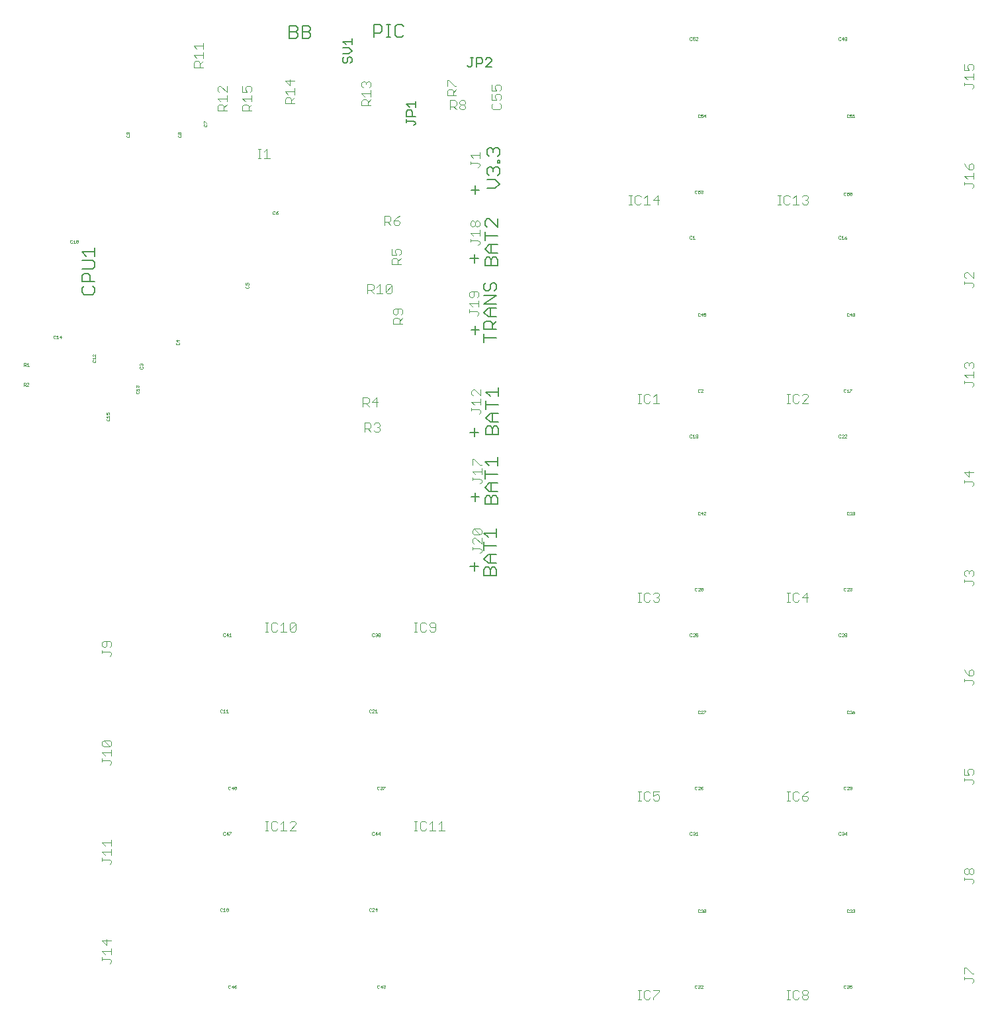
<source format=gbo>
G75*
G70*
%OFA0B0*%
%FSLAX24Y24*%
%IPPOS*%
%LPD*%
%AMOC8*
5,1,8,0,0,1.08239X$1,22.5*
%
%ADD10C,0.0060*%
%ADD11C,0.0070*%
%ADD12C,0.0040*%
%ADD13C,0.0010*%
%ADD14C,0.0050*%
D10*
X024260Y022480D02*
X024687Y022480D01*
X024474Y022694D02*
X024474Y022267D01*
X024959Y022330D02*
X024959Y022010D01*
X025600Y022010D01*
X025600Y022330D01*
X025493Y022437D01*
X025386Y022437D01*
X025280Y022330D01*
X025280Y022010D01*
X025280Y022330D02*
X025173Y022437D01*
X025066Y022437D01*
X024959Y022330D01*
X025173Y022655D02*
X024959Y022868D01*
X025173Y023082D01*
X025600Y023082D01*
X025280Y023082D02*
X025280Y022655D01*
X025173Y022655D02*
X025600Y022655D01*
X025600Y023513D02*
X024959Y023513D01*
X024959Y023726D02*
X024959Y023299D01*
X025173Y023944D02*
X024959Y024157D01*
X025600Y024157D01*
X025600Y023944D02*
X025600Y024371D01*
X025650Y025610D02*
X025009Y025610D01*
X025009Y025930D01*
X025116Y026037D01*
X025223Y026037D01*
X025330Y025930D01*
X025330Y025610D01*
X025650Y025610D02*
X025650Y025930D01*
X025543Y026037D01*
X025436Y026037D01*
X025330Y025930D01*
X025330Y026255D02*
X025330Y026682D01*
X025223Y026682D02*
X025650Y026682D01*
X025223Y026682D02*
X025009Y026468D01*
X025223Y026255D01*
X025650Y026255D01*
X025650Y027113D02*
X025009Y027113D01*
X025009Y027326D02*
X025009Y026899D01*
X025223Y027544D02*
X025009Y027757D01*
X025650Y027757D01*
X025650Y027544D02*
X025650Y027971D01*
X025700Y029110D02*
X025059Y029110D01*
X025059Y029430D01*
X025166Y029537D01*
X025273Y029537D01*
X025380Y029430D01*
X025380Y029110D01*
X025700Y029110D02*
X025700Y029430D01*
X025593Y029537D01*
X025486Y029537D01*
X025380Y029430D01*
X025380Y029755D02*
X025380Y030182D01*
X025273Y030182D02*
X025700Y030182D01*
X025273Y030182D02*
X025059Y029968D01*
X025273Y029755D01*
X025700Y029755D01*
X025700Y030613D02*
X025059Y030613D01*
X025059Y030826D02*
X025059Y030399D01*
X025273Y031044D02*
X025059Y031257D01*
X025700Y031257D01*
X025700Y031044D02*
X025700Y031471D01*
X024474Y029444D02*
X024474Y029017D01*
X024260Y029230D02*
X024687Y029230D01*
X024524Y026194D02*
X024524Y025767D01*
X024310Y025980D02*
X024737Y025980D01*
X024959Y033760D02*
X024959Y034187D01*
X024959Y033974D02*
X025600Y033974D01*
X025600Y034405D02*
X024959Y034405D01*
X024959Y034725D01*
X025066Y034832D01*
X025280Y034832D01*
X025386Y034725D01*
X025386Y034405D01*
X025386Y034618D02*
X025600Y034832D01*
X025600Y035049D02*
X025173Y035049D01*
X024959Y035263D01*
X025173Y035476D01*
X025600Y035476D01*
X025600Y035694D02*
X024959Y035694D01*
X025600Y036121D01*
X024959Y036121D01*
X025066Y036338D02*
X025173Y036338D01*
X025280Y036445D01*
X025280Y036658D01*
X025386Y036765D01*
X025493Y036765D01*
X025600Y036658D01*
X025600Y036445D01*
X025493Y036338D01*
X025066Y036338D02*
X024959Y036445D01*
X024959Y036658D01*
X025066Y036765D01*
X025009Y037610D02*
X025009Y037930D01*
X025116Y038037D01*
X025223Y038037D01*
X025330Y037930D01*
X025330Y037610D01*
X025650Y037610D02*
X025650Y037930D01*
X025543Y038037D01*
X025436Y038037D01*
X025330Y037930D01*
X025330Y038255D02*
X025330Y038682D01*
X025223Y038682D02*
X025650Y038682D01*
X025223Y038682D02*
X025009Y038468D01*
X025223Y038255D01*
X025650Y038255D01*
X025650Y037610D02*
X025009Y037610D01*
X024687Y037980D02*
X024260Y037980D01*
X024474Y037767D02*
X024474Y038194D01*
X025009Y038899D02*
X025009Y039326D01*
X025009Y039113D02*
X025650Y039113D01*
X025650Y039544D02*
X025223Y039971D01*
X025116Y039971D01*
X025009Y039864D01*
X025009Y039650D01*
X025116Y039544D01*
X025650Y039544D02*
X025650Y039971D01*
X024524Y041217D02*
X024524Y041644D01*
X024737Y041430D02*
X024310Y041430D01*
X025109Y041510D02*
X025536Y041510D01*
X025750Y041724D01*
X025536Y041937D01*
X025109Y041937D01*
X025216Y042155D02*
X025109Y042261D01*
X025109Y042475D01*
X025216Y042582D01*
X025323Y042582D01*
X025430Y042475D01*
X025536Y042582D01*
X025643Y042582D01*
X025750Y042475D01*
X025750Y042261D01*
X025643Y042155D01*
X025430Y042368D02*
X025430Y042475D01*
X025643Y042799D02*
X025643Y042906D01*
X025750Y042906D01*
X025750Y042799D01*
X025643Y042799D01*
X025643Y043121D02*
X025750Y043228D01*
X025750Y043442D01*
X025643Y043548D01*
X025536Y043548D01*
X025430Y043442D01*
X025430Y043335D01*
X025430Y043442D02*
X025323Y043548D01*
X025216Y043548D01*
X025109Y043442D01*
X025109Y043228D01*
X025216Y043121D01*
X020805Y049110D02*
X020591Y049110D01*
X020484Y049217D01*
X020484Y049644D01*
X020591Y049751D01*
X020805Y049751D01*
X020911Y049644D01*
X020911Y049217D02*
X020805Y049110D01*
X020268Y049110D02*
X020055Y049110D01*
X020161Y049110D02*
X020161Y049751D01*
X020055Y049751D02*
X020268Y049751D01*
X019837Y049644D02*
X019837Y049430D01*
X019730Y049324D01*
X019410Y049324D01*
X019410Y049110D02*
X019410Y049751D01*
X019730Y049751D01*
X019837Y049644D01*
X016232Y049594D02*
X016232Y049487D01*
X016125Y049380D01*
X015805Y049380D01*
X015587Y049274D02*
X015587Y049167D01*
X015480Y049060D01*
X015160Y049060D01*
X015160Y049701D01*
X015480Y049701D01*
X015587Y049594D01*
X015587Y049487D01*
X015480Y049380D01*
X015160Y049380D01*
X015480Y049380D02*
X015587Y049274D01*
X015805Y049060D02*
X015805Y049701D01*
X016125Y049701D01*
X016232Y049594D01*
X016125Y049380D02*
X016232Y049274D01*
X016232Y049167D01*
X016125Y049060D01*
X015805Y049060D01*
X025280Y035476D02*
X025280Y035049D01*
X024737Y034380D02*
X024310Y034380D01*
X024524Y034167D02*
X024524Y034594D01*
D11*
X005345Y036270D02*
X005240Y036165D01*
X004820Y036165D01*
X004714Y036270D01*
X004714Y036480D01*
X004820Y036585D01*
X004714Y036810D02*
X004714Y037125D01*
X004820Y037230D01*
X005030Y037230D01*
X005135Y037125D01*
X005135Y036810D01*
X005345Y036810D02*
X004714Y036810D01*
X005240Y036585D02*
X005345Y036480D01*
X005345Y036270D01*
X005240Y037454D02*
X004714Y037454D01*
X004714Y037874D02*
X005240Y037874D01*
X005345Y037769D01*
X005345Y037559D01*
X005240Y037454D01*
X005345Y038099D02*
X005345Y038519D01*
X005345Y038309D02*
X004714Y038309D01*
X004925Y038099D01*
D12*
X005731Y002807D02*
X005731Y002653D01*
X005731Y002730D02*
X006115Y002730D01*
X006191Y002653D01*
X006191Y002577D01*
X006115Y002500D01*
X006191Y002960D02*
X006191Y003267D01*
X006191Y003114D02*
X005731Y003114D01*
X005885Y002960D01*
X005961Y003421D02*
X005961Y003728D01*
X005731Y003651D02*
X005961Y003421D01*
X006191Y003651D02*
X005731Y003651D01*
X006115Y007500D02*
X006191Y007577D01*
X006191Y007653D01*
X006115Y007730D01*
X005731Y007730D01*
X005731Y007653D02*
X005731Y007807D01*
X005885Y007960D02*
X005731Y008114D01*
X006191Y008114D01*
X006191Y008267D02*
X006191Y007960D01*
X006191Y008421D02*
X006191Y008728D01*
X006191Y008574D02*
X005731Y008574D01*
X005885Y008421D01*
X006115Y012500D02*
X006191Y012577D01*
X006191Y012653D01*
X006115Y012730D01*
X005731Y012730D01*
X005731Y012653D02*
X005731Y012807D01*
X005885Y012960D02*
X005731Y013114D01*
X006191Y013114D01*
X006191Y013267D02*
X006191Y012960D01*
X006115Y013421D02*
X005808Y013421D01*
X005731Y013497D01*
X005731Y013651D01*
X005808Y013728D01*
X006115Y013421D01*
X006191Y013497D01*
X006191Y013651D01*
X006115Y013728D01*
X005808Y013728D01*
X006115Y017960D02*
X006191Y018037D01*
X006191Y018114D01*
X006115Y018191D01*
X005731Y018191D01*
X005731Y018267D02*
X005731Y018114D01*
X005808Y018421D02*
X005885Y018421D01*
X005961Y018497D01*
X005961Y018728D01*
X005808Y018728D02*
X005731Y018651D01*
X005731Y018497D01*
X005808Y018421D01*
X005808Y018728D02*
X006115Y018728D01*
X006191Y018651D01*
X006191Y018497D01*
X006115Y018421D01*
X013950Y019200D02*
X014103Y019200D01*
X014027Y019200D02*
X014027Y019660D01*
X014103Y019660D02*
X013950Y019660D01*
X014257Y019584D02*
X014257Y019277D01*
X014334Y019200D01*
X014487Y019200D01*
X014564Y019277D01*
X014717Y019200D02*
X015024Y019200D01*
X014871Y019200D02*
X014871Y019660D01*
X014717Y019507D01*
X014564Y019584D02*
X014487Y019660D01*
X014334Y019660D01*
X014257Y019584D01*
X015178Y019584D02*
X015254Y019660D01*
X015408Y019660D01*
X015485Y019584D01*
X015178Y019277D01*
X015254Y019200D01*
X015408Y019200D01*
X015485Y019277D01*
X015485Y019584D01*
X015178Y019584D02*
X015178Y019277D01*
X021450Y019200D02*
X021603Y019200D01*
X021527Y019200D02*
X021527Y019660D01*
X021603Y019660D02*
X021450Y019660D01*
X021757Y019584D02*
X021757Y019277D01*
X021834Y019200D01*
X021987Y019200D01*
X022064Y019277D01*
X022217Y019277D02*
X022294Y019200D01*
X022448Y019200D01*
X022524Y019277D01*
X022524Y019584D01*
X022448Y019660D01*
X022294Y019660D01*
X022217Y019584D01*
X022217Y019507D01*
X022294Y019430D01*
X022524Y019430D01*
X022064Y019584D02*
X021987Y019660D01*
X021834Y019660D01*
X021757Y019584D01*
X024765Y023150D02*
X024841Y023227D01*
X024841Y023303D01*
X024765Y023380D01*
X024381Y023380D01*
X024381Y023303D02*
X024381Y023457D01*
X024458Y023610D02*
X024381Y023687D01*
X024381Y023841D01*
X024458Y023917D01*
X024535Y023917D01*
X024841Y023610D01*
X024841Y023917D01*
X024765Y024071D02*
X024458Y024378D01*
X024765Y024378D01*
X024841Y024301D01*
X024841Y024147D01*
X024765Y024071D01*
X024458Y024071D01*
X024381Y024147D01*
X024381Y024301D01*
X024458Y024378D01*
X024765Y026650D02*
X024841Y026727D01*
X024841Y026803D01*
X024765Y026880D01*
X024381Y026880D01*
X024381Y026803D02*
X024381Y026957D01*
X024535Y027110D02*
X024381Y027264D01*
X024841Y027264D01*
X024841Y027417D02*
X024841Y027110D01*
X024841Y027571D02*
X024765Y027571D01*
X024458Y027878D01*
X024381Y027878D01*
X024381Y027571D01*
X024715Y030150D02*
X024791Y030227D01*
X024791Y030303D01*
X024715Y030380D01*
X024331Y030380D01*
X024331Y030303D02*
X024331Y030457D01*
X024485Y030610D02*
X024331Y030764D01*
X024791Y030764D01*
X024791Y030917D02*
X024791Y030610D01*
X024791Y031071D02*
X024485Y031378D01*
X024408Y031378D01*
X024331Y031301D01*
X024331Y031147D01*
X024408Y031071D01*
X024791Y031071D02*
X024791Y031378D01*
X024615Y035100D02*
X024691Y035177D01*
X024691Y035253D01*
X024615Y035330D01*
X024231Y035330D01*
X024231Y035253D02*
X024231Y035407D01*
X024385Y035560D02*
X024231Y035714D01*
X024691Y035714D01*
X024691Y035867D02*
X024691Y035560D01*
X024615Y036021D02*
X024691Y036097D01*
X024691Y036251D01*
X024615Y036328D01*
X024308Y036328D01*
X024231Y036251D01*
X024231Y036097D01*
X024308Y036021D01*
X024385Y036021D01*
X024461Y036097D01*
X024461Y036328D01*
X024665Y038650D02*
X024741Y038727D01*
X024741Y038803D01*
X024665Y038880D01*
X024281Y038880D01*
X024281Y038803D02*
X024281Y038957D01*
X024435Y039110D02*
X024281Y039264D01*
X024741Y039264D01*
X024741Y039417D02*
X024741Y039110D01*
X024665Y039571D02*
X024588Y039571D01*
X024511Y039647D01*
X024511Y039801D01*
X024588Y039878D01*
X024665Y039878D01*
X024741Y039801D01*
X024741Y039647D01*
X024665Y039571D01*
X024511Y039647D02*
X024435Y039571D01*
X024358Y039571D01*
X024281Y039647D01*
X024281Y039801D01*
X024358Y039878D01*
X024435Y039878D01*
X024511Y039801D01*
X024665Y042560D02*
X024741Y042637D01*
X024741Y042714D01*
X024665Y042791D01*
X024281Y042791D01*
X024281Y042867D02*
X024281Y042714D01*
X024435Y043021D02*
X024281Y043174D01*
X024741Y043174D01*
X024741Y043021D02*
X024741Y043328D01*
X025436Y045489D02*
X025743Y045489D01*
X025820Y045566D01*
X025820Y045719D01*
X025743Y045796D01*
X025743Y045949D02*
X025820Y046026D01*
X025820Y046179D01*
X025743Y046256D01*
X025590Y046256D01*
X025513Y046179D01*
X025513Y046103D01*
X025590Y045949D01*
X025360Y045949D01*
X025360Y046256D01*
X025360Y046410D02*
X025590Y046410D01*
X025513Y046563D01*
X025513Y046640D01*
X025590Y046717D01*
X025743Y046717D01*
X025820Y046640D01*
X025820Y046486D01*
X025743Y046410D01*
X025360Y046410D02*
X025360Y046717D01*
X025436Y045796D02*
X025360Y045719D01*
X025360Y045566D01*
X025436Y045489D01*
X024037Y045557D02*
X023961Y045480D01*
X023807Y045480D01*
X023730Y045557D01*
X023730Y045633D01*
X023807Y045710D01*
X023961Y045710D01*
X024037Y045633D01*
X024037Y045557D01*
X023961Y045710D02*
X024037Y045787D01*
X024037Y045864D01*
X023961Y045940D01*
X023807Y045940D01*
X023730Y045864D01*
X023730Y045787D01*
X023807Y045710D01*
X023577Y045710D02*
X023577Y045864D01*
X023500Y045940D01*
X023270Y045940D01*
X023270Y045480D01*
X023270Y045633D02*
X023500Y045633D01*
X023577Y045710D01*
X023423Y045633D02*
X023577Y045480D01*
X023570Y046180D02*
X023110Y046180D01*
X023110Y046410D01*
X023186Y046487D01*
X023340Y046487D01*
X023417Y046410D01*
X023417Y046180D01*
X023417Y046333D02*
X023570Y046487D01*
X023570Y046640D02*
X023493Y046640D01*
X023186Y046947D01*
X023110Y046947D01*
X023110Y046640D01*
X019260Y046666D02*
X019183Y046590D01*
X019260Y046666D02*
X019260Y046820D01*
X019183Y046897D01*
X019107Y046897D01*
X019030Y046820D01*
X019030Y046743D01*
X019030Y046820D02*
X018953Y046897D01*
X018876Y046897D01*
X018800Y046820D01*
X018800Y046666D01*
X018876Y046590D01*
X018800Y046283D02*
X019260Y046283D01*
X019260Y046436D02*
X019260Y046129D01*
X019260Y045976D02*
X019107Y045822D01*
X019107Y045899D02*
X019107Y045669D01*
X019260Y045669D02*
X018800Y045669D01*
X018800Y045899D01*
X018876Y045976D01*
X019030Y045976D01*
X019107Y045899D01*
X018953Y046129D02*
X018800Y046283D01*
X015410Y046229D02*
X015410Y046536D01*
X015410Y046383D02*
X014950Y046383D01*
X015103Y046229D01*
X015026Y046076D02*
X015180Y046076D01*
X015257Y045999D01*
X015257Y045769D01*
X015410Y045769D02*
X014950Y045769D01*
X014950Y045999D01*
X015026Y046076D01*
X015257Y045922D02*
X015410Y046076D01*
X015180Y046690D02*
X015180Y046997D01*
X015410Y046920D02*
X014950Y046920D01*
X015180Y046690D01*
X013260Y046570D02*
X013260Y046416D01*
X013183Y046340D01*
X013030Y046340D02*
X012953Y046493D01*
X012953Y046570D01*
X013030Y046647D01*
X013183Y046647D01*
X013260Y046570D01*
X013030Y046340D02*
X012800Y046340D01*
X012800Y046647D01*
X012800Y046033D02*
X013260Y046033D01*
X013260Y046186D02*
X013260Y045879D01*
X013260Y045726D02*
X013107Y045572D01*
X013107Y045649D02*
X013107Y045419D01*
X013260Y045419D02*
X012800Y045419D01*
X012800Y045649D01*
X012876Y045726D01*
X013030Y045726D01*
X013107Y045649D01*
X012953Y045879D02*
X012800Y046033D01*
X012010Y046033D02*
X011550Y046033D01*
X011703Y045879D01*
X011626Y045726D02*
X011550Y045649D01*
X011550Y045419D01*
X012010Y045419D01*
X011857Y045419D02*
X011857Y045649D01*
X011780Y045726D01*
X011626Y045726D01*
X011857Y045572D02*
X012010Y045726D01*
X012010Y045879D02*
X012010Y046186D01*
X012010Y046340D02*
X011703Y046647D01*
X011626Y046647D01*
X011550Y046570D01*
X011550Y046416D01*
X011626Y046340D01*
X012010Y046340D02*
X012010Y046647D01*
X010810Y047600D02*
X010350Y047600D01*
X010350Y047830D01*
X010426Y047907D01*
X010580Y047907D01*
X010657Y047830D01*
X010657Y047600D01*
X010657Y047753D02*
X010810Y047907D01*
X010810Y048060D02*
X010810Y048367D01*
X010810Y048214D02*
X010350Y048214D01*
X010503Y048060D01*
X010503Y048521D02*
X010350Y048674D01*
X010810Y048674D01*
X010810Y048521D02*
X010810Y048828D01*
X013573Y043490D02*
X013726Y043490D01*
X013649Y043490D02*
X013649Y043030D01*
X013573Y043030D02*
X013726Y043030D01*
X013880Y043030D02*
X014187Y043030D01*
X014033Y043030D02*
X014033Y043490D01*
X013880Y043337D01*
X019960Y040120D02*
X019960Y039660D01*
X019960Y039813D02*
X020190Y039813D01*
X020267Y039890D01*
X020267Y040044D01*
X020190Y040120D01*
X019960Y040120D01*
X020113Y039813D02*
X020267Y039660D01*
X020420Y039737D02*
X020497Y039660D01*
X020651Y039660D01*
X020727Y039737D01*
X020727Y039813D01*
X020651Y039890D01*
X020420Y039890D01*
X020420Y039737D01*
X020420Y039890D02*
X020574Y040044D01*
X020727Y040120D01*
X020703Y038457D02*
X020550Y038457D01*
X020473Y038380D01*
X020473Y038303D01*
X020550Y038150D01*
X020320Y038150D01*
X020320Y038457D01*
X020703Y038457D02*
X020780Y038380D01*
X020780Y038226D01*
X020703Y038150D01*
X020780Y037996D02*
X020627Y037843D01*
X020627Y037919D02*
X020627Y037689D01*
X020780Y037689D02*
X020320Y037689D01*
X020320Y037919D01*
X020396Y037996D01*
X020550Y037996D01*
X020627Y037919D01*
X020250Y036680D02*
X020096Y036680D01*
X020020Y036604D01*
X020020Y036297D01*
X020327Y036604D01*
X020327Y036297D01*
X020250Y036220D01*
X020096Y036220D01*
X020020Y036297D01*
X019866Y036220D02*
X019559Y036220D01*
X019406Y036220D02*
X019252Y036373D01*
X019329Y036373D02*
X019099Y036373D01*
X019099Y036220D02*
X019099Y036680D01*
X019329Y036680D01*
X019406Y036604D01*
X019406Y036450D01*
X019329Y036373D01*
X019559Y036527D02*
X019713Y036680D01*
X019713Y036220D01*
X020250Y036680D02*
X020327Y036604D01*
X020476Y035447D02*
X020400Y035371D01*
X020400Y035217D01*
X020476Y035140D01*
X020553Y035140D01*
X020630Y035217D01*
X020630Y035447D01*
X020783Y035447D02*
X020476Y035447D01*
X020783Y035447D02*
X020860Y035371D01*
X020860Y035217D01*
X020783Y035140D01*
X020860Y034987D02*
X020707Y034833D01*
X020707Y034910D02*
X020707Y034680D01*
X020860Y034680D02*
X020400Y034680D01*
X020400Y034910D01*
X020476Y034987D01*
X020630Y034987D01*
X020707Y034910D01*
X019560Y030990D02*
X019330Y030760D01*
X019637Y030760D01*
X019560Y030530D02*
X019560Y030990D01*
X019176Y030914D02*
X019176Y030760D01*
X019099Y030683D01*
X018869Y030683D01*
X018869Y030530D02*
X018869Y030990D01*
X019099Y030990D01*
X019176Y030914D01*
X019023Y030683D02*
X019176Y030530D01*
X019189Y029710D02*
X018959Y029710D01*
X018959Y029250D01*
X018959Y029403D02*
X019189Y029403D01*
X019266Y029480D01*
X019266Y029634D01*
X019189Y029710D01*
X019420Y029634D02*
X019496Y029710D01*
X019650Y029710D01*
X019727Y029634D01*
X019727Y029557D01*
X019650Y029480D01*
X019727Y029403D01*
X019727Y029327D01*
X019650Y029250D01*
X019496Y029250D01*
X019420Y029327D01*
X019266Y029250D02*
X019113Y029403D01*
X019573Y029480D02*
X019650Y029480D01*
X032722Y030700D02*
X032876Y030700D01*
X032799Y030700D02*
X032799Y031160D01*
X032722Y031160D02*
X032876Y031160D01*
X033029Y031084D02*
X033029Y030777D01*
X033106Y030700D01*
X033259Y030700D01*
X033336Y030777D01*
X033490Y030700D02*
X033797Y030700D01*
X033643Y030700D02*
X033643Y031160D01*
X033490Y031007D01*
X033336Y031084D02*
X033259Y031160D01*
X033106Y031160D01*
X033029Y031084D01*
X040222Y031160D02*
X040376Y031160D01*
X040299Y031160D02*
X040299Y030700D01*
X040222Y030700D02*
X040376Y030700D01*
X040529Y030777D02*
X040606Y030700D01*
X040759Y030700D01*
X040836Y030777D01*
X040990Y030700D02*
X041297Y031007D01*
X041297Y031084D01*
X041220Y031160D01*
X041066Y031160D01*
X040990Y031084D01*
X040836Y031084D02*
X040759Y031160D01*
X040606Y031160D01*
X040529Y031084D01*
X040529Y030777D01*
X040990Y030700D02*
X041297Y030700D01*
X049168Y031672D02*
X049168Y031826D01*
X049168Y031749D02*
X049552Y031749D01*
X049629Y031672D01*
X049629Y031596D01*
X049552Y031519D01*
X049629Y031979D02*
X049629Y032286D01*
X049629Y032133D02*
X049168Y032133D01*
X049322Y031979D01*
X049245Y032440D02*
X049168Y032516D01*
X049168Y032670D01*
X049245Y032747D01*
X049322Y032747D01*
X049398Y032670D01*
X049475Y032747D01*
X049552Y032747D01*
X049629Y032670D01*
X049629Y032516D01*
X049552Y032440D01*
X049398Y032593D02*
X049398Y032670D01*
X049552Y036519D02*
X049629Y036596D01*
X049629Y036672D01*
X049552Y036749D01*
X049168Y036749D01*
X049168Y036672D02*
X049168Y036826D01*
X049245Y036979D02*
X049168Y037056D01*
X049168Y037209D01*
X049245Y037286D01*
X049322Y037286D01*
X049629Y036979D01*
X049629Y037286D01*
X049552Y041519D02*
X049629Y041596D01*
X049629Y041672D01*
X049552Y041749D01*
X049168Y041749D01*
X049168Y041672D02*
X049168Y041826D01*
X049322Y041979D02*
X049168Y042133D01*
X049629Y042133D01*
X049629Y042286D02*
X049629Y041979D01*
X049552Y042440D02*
X049629Y042516D01*
X049629Y042670D01*
X049552Y042747D01*
X049475Y042747D01*
X049398Y042670D01*
X049398Y042440D01*
X049552Y042440D01*
X049398Y042440D02*
X049245Y042593D01*
X049168Y042747D01*
X049552Y046519D02*
X049629Y046596D01*
X049629Y046672D01*
X049552Y046749D01*
X049168Y046749D01*
X049168Y046672D02*
X049168Y046826D01*
X049322Y046979D02*
X049168Y047133D01*
X049629Y047133D01*
X049629Y047286D02*
X049629Y046979D01*
X049552Y047440D02*
X049629Y047516D01*
X049629Y047670D01*
X049552Y047747D01*
X049398Y047747D01*
X049322Y047670D01*
X049322Y047593D01*
X049398Y047440D01*
X049168Y047440D01*
X049168Y047747D01*
X041297Y041084D02*
X041297Y041007D01*
X041220Y040930D01*
X041297Y040853D01*
X041297Y040777D01*
X041220Y040700D01*
X041066Y040700D01*
X040990Y040777D01*
X040836Y040700D02*
X040529Y040700D01*
X040683Y040700D02*
X040683Y041160D01*
X040529Y041007D01*
X040376Y041084D02*
X040299Y041160D01*
X040146Y041160D01*
X040069Y041084D01*
X040069Y040777D01*
X040146Y040700D01*
X040299Y040700D01*
X040376Y040777D01*
X039915Y040700D02*
X039762Y040700D01*
X039839Y040700D02*
X039839Y041160D01*
X039915Y041160D02*
X039762Y041160D01*
X040990Y041084D02*
X041066Y041160D01*
X041220Y041160D01*
X041297Y041084D01*
X041220Y040930D02*
X041143Y040930D01*
X033797Y040930D02*
X033490Y040930D01*
X033720Y041160D01*
X033720Y040700D01*
X033336Y040700D02*
X033029Y040700D01*
X033183Y040700D02*
X033183Y041160D01*
X033029Y041007D01*
X032876Y041084D02*
X032799Y041160D01*
X032646Y041160D01*
X032569Y041084D01*
X032569Y040777D01*
X032646Y040700D01*
X032799Y040700D01*
X032876Y040777D01*
X032415Y040700D02*
X032262Y040700D01*
X032339Y040700D02*
X032339Y041160D01*
X032415Y041160D02*
X032262Y041160D01*
X049168Y027209D02*
X049398Y026979D01*
X049398Y027286D01*
X049168Y027209D02*
X049629Y027209D01*
X049552Y026749D02*
X049168Y026749D01*
X049168Y026672D02*
X049168Y026826D01*
X049552Y026749D02*
X049629Y026672D01*
X049629Y026596D01*
X049552Y026519D01*
X049552Y022286D02*
X049629Y022209D01*
X049629Y022056D01*
X049552Y021979D01*
X049398Y022133D02*
X049398Y022209D01*
X049475Y022286D01*
X049552Y022286D01*
X049398Y022209D02*
X049322Y022286D01*
X049245Y022286D01*
X049168Y022209D01*
X049168Y022056D01*
X049245Y021979D01*
X049168Y021826D02*
X049168Y021672D01*
X049168Y021749D02*
X049552Y021749D01*
X049629Y021672D01*
X049629Y021596D01*
X049552Y021519D01*
X049552Y017286D02*
X049475Y017286D01*
X049398Y017209D01*
X049398Y016979D01*
X049552Y016979D01*
X049629Y017056D01*
X049629Y017209D01*
X049552Y017286D01*
X049245Y017133D02*
X049398Y016979D01*
X049245Y017133D02*
X049168Y017286D01*
X049168Y016826D02*
X049168Y016672D01*
X049168Y016749D02*
X049552Y016749D01*
X049629Y016672D01*
X049629Y016596D01*
X049552Y016519D01*
X049552Y012286D02*
X049629Y012209D01*
X049629Y012056D01*
X049552Y011979D01*
X049398Y011979D02*
X049322Y012133D01*
X049322Y012209D01*
X049398Y012286D01*
X049552Y012286D01*
X049398Y011979D02*
X049168Y011979D01*
X049168Y012286D01*
X049168Y011826D02*
X049168Y011672D01*
X049168Y011749D02*
X049552Y011749D01*
X049629Y011672D01*
X049629Y011596D01*
X049552Y011519D01*
X049552Y007286D02*
X049629Y007209D01*
X049629Y007056D01*
X049552Y006979D01*
X049475Y006979D01*
X049398Y007056D01*
X049398Y007209D01*
X049475Y007286D01*
X049552Y007286D01*
X049398Y007209D02*
X049322Y007286D01*
X049245Y007286D01*
X049168Y007209D01*
X049168Y007056D01*
X049245Y006979D01*
X049322Y006979D01*
X049398Y007056D01*
X049168Y006826D02*
X049168Y006672D01*
X049168Y006749D02*
X049552Y006749D01*
X049629Y006672D01*
X049629Y006596D01*
X049552Y006519D01*
X049245Y002286D02*
X049552Y001979D01*
X049629Y001979D01*
X049552Y001749D02*
X049168Y001749D01*
X049168Y001672D02*
X049168Y001826D01*
X049168Y001979D02*
X049168Y002286D01*
X049245Y002286D01*
X049552Y001749D02*
X049629Y001672D01*
X049629Y001596D01*
X049552Y001519D01*
X041297Y001084D02*
X041297Y001007D01*
X041220Y000930D01*
X041066Y000930D01*
X040990Y001007D01*
X040990Y001084D01*
X041066Y001160D01*
X041220Y001160D01*
X041297Y001084D01*
X041220Y000930D02*
X041297Y000853D01*
X041297Y000777D01*
X041220Y000700D01*
X041066Y000700D01*
X040990Y000777D01*
X040990Y000853D01*
X041066Y000930D01*
X040836Y000777D02*
X040759Y000700D01*
X040606Y000700D01*
X040529Y000777D01*
X040529Y001084D01*
X040606Y001160D01*
X040759Y001160D01*
X040836Y001084D01*
X040376Y001160D02*
X040222Y001160D01*
X040299Y001160D02*
X040299Y000700D01*
X040222Y000700D02*
X040376Y000700D01*
X033797Y001084D02*
X033490Y000777D01*
X033490Y000700D01*
X033336Y000777D02*
X033259Y000700D01*
X033106Y000700D01*
X033029Y000777D01*
X033029Y001084D01*
X033106Y001160D01*
X033259Y001160D01*
X033336Y001084D01*
X033490Y001160D02*
X033797Y001160D01*
X033797Y001084D01*
X032876Y001160D02*
X032722Y001160D01*
X032799Y001160D02*
X032799Y000700D01*
X032722Y000700D02*
X032876Y000700D01*
X032876Y010700D02*
X032722Y010700D01*
X032799Y010700D02*
X032799Y011160D01*
X032722Y011160D02*
X032876Y011160D01*
X033029Y011084D02*
X033029Y010777D01*
X033106Y010700D01*
X033259Y010700D01*
X033336Y010777D01*
X033490Y010777D02*
X033566Y010700D01*
X033720Y010700D01*
X033797Y010777D01*
X033797Y010930D01*
X033720Y011007D01*
X033643Y011007D01*
X033490Y010930D01*
X033490Y011160D01*
X033797Y011160D01*
X033336Y011084D02*
X033259Y011160D01*
X033106Y011160D01*
X033029Y011084D01*
X040222Y011160D02*
X040376Y011160D01*
X040299Y011160D02*
X040299Y010700D01*
X040222Y010700D02*
X040376Y010700D01*
X040529Y010777D02*
X040606Y010700D01*
X040759Y010700D01*
X040836Y010777D01*
X040990Y010777D02*
X041066Y010700D01*
X041220Y010700D01*
X041297Y010777D01*
X041297Y010853D01*
X041220Y010930D01*
X040990Y010930D01*
X040990Y010777D01*
X040990Y010930D02*
X041143Y011084D01*
X041297Y011160D01*
X040836Y011084D02*
X040759Y011160D01*
X040606Y011160D01*
X040529Y011084D01*
X040529Y010777D01*
X040606Y020700D02*
X040759Y020700D01*
X040836Y020777D01*
X040990Y020930D02*
X041297Y020930D01*
X041220Y020700D02*
X041220Y021160D01*
X040990Y020930D01*
X040836Y021084D02*
X040759Y021160D01*
X040606Y021160D01*
X040529Y021084D01*
X040529Y020777D01*
X040606Y020700D01*
X040376Y020700D02*
X040222Y020700D01*
X040299Y020700D02*
X040299Y021160D01*
X040222Y021160D02*
X040376Y021160D01*
X033797Y021084D02*
X033797Y021007D01*
X033720Y020930D01*
X033797Y020853D01*
X033797Y020777D01*
X033720Y020700D01*
X033566Y020700D01*
X033490Y020777D01*
X033336Y020777D02*
X033259Y020700D01*
X033106Y020700D01*
X033029Y020777D01*
X033029Y021084D01*
X033106Y021160D01*
X033259Y021160D01*
X033336Y021084D01*
X033490Y021084D02*
X033566Y021160D01*
X033720Y021160D01*
X033797Y021084D01*
X033720Y020930D02*
X033643Y020930D01*
X032876Y020700D02*
X032722Y020700D01*
X032799Y020700D02*
X032799Y021160D01*
X032722Y021160D02*
X032876Y021160D01*
X022831Y009660D02*
X022831Y009200D01*
X022678Y009200D02*
X022985Y009200D01*
X022678Y009507D02*
X022831Y009660D01*
X022371Y009660D02*
X022371Y009200D01*
X022524Y009200D02*
X022217Y009200D01*
X022064Y009277D02*
X021987Y009200D01*
X021834Y009200D01*
X021757Y009277D01*
X021757Y009584D01*
X021834Y009660D01*
X021987Y009660D01*
X022064Y009584D01*
X022217Y009507D02*
X022371Y009660D01*
X021603Y009660D02*
X021450Y009660D01*
X021527Y009660D02*
X021527Y009200D01*
X021603Y009200D02*
X021450Y009200D01*
X015485Y009200D02*
X015178Y009200D01*
X015485Y009507D01*
X015485Y009584D01*
X015408Y009660D01*
X015254Y009660D01*
X015178Y009584D01*
X014871Y009660D02*
X014871Y009200D01*
X015024Y009200D02*
X014717Y009200D01*
X014564Y009277D02*
X014487Y009200D01*
X014334Y009200D01*
X014257Y009277D01*
X014257Y009584D01*
X014334Y009660D01*
X014487Y009660D01*
X014564Y009584D01*
X014717Y009507D02*
X014871Y009660D01*
X014103Y009660D02*
X013950Y009660D01*
X014027Y009660D02*
X014027Y009200D01*
X014103Y009200D02*
X013950Y009200D01*
D13*
X012230Y009110D02*
X012230Y009085D01*
X012130Y008985D01*
X012130Y008960D01*
X012057Y008960D02*
X012057Y009110D01*
X011982Y009035D01*
X012082Y009035D01*
X012130Y009110D02*
X012230Y009110D01*
X011935Y009085D02*
X011910Y009110D01*
X011860Y009110D01*
X011835Y009085D01*
X011835Y008985D01*
X011860Y008960D01*
X011910Y008960D01*
X011935Y008985D01*
X012118Y011250D02*
X012168Y011250D01*
X012193Y011275D01*
X012240Y011325D02*
X012340Y011325D01*
X012388Y011275D02*
X012488Y011375D01*
X012488Y011275D01*
X012463Y011250D01*
X012413Y011250D01*
X012388Y011275D01*
X012388Y011375D01*
X012413Y011400D01*
X012463Y011400D01*
X012488Y011375D01*
X012315Y011400D02*
X012240Y011325D01*
X012193Y011375D02*
X012168Y011400D01*
X012118Y011400D01*
X012093Y011375D01*
X012093Y011275D01*
X012118Y011250D01*
X012315Y011250D02*
X012315Y011400D01*
X012080Y015135D02*
X011980Y015135D01*
X011932Y015135D02*
X011832Y015135D01*
X011882Y015135D02*
X011882Y015285D01*
X011832Y015235D01*
X011785Y015260D02*
X011760Y015285D01*
X011710Y015285D01*
X011685Y015260D01*
X011685Y015160D01*
X011710Y015135D01*
X011760Y015135D01*
X011785Y015160D01*
X011980Y015235D02*
X012030Y015285D01*
X012030Y015135D01*
X012057Y018960D02*
X012057Y019110D01*
X011982Y019035D01*
X012082Y019035D01*
X012130Y019060D02*
X012180Y019110D01*
X012180Y018960D01*
X012130Y018960D02*
X012230Y018960D01*
X011935Y018985D02*
X011910Y018960D01*
X011860Y018960D01*
X011835Y018985D01*
X011835Y019085D01*
X011860Y019110D01*
X011910Y019110D01*
X011935Y019085D01*
X019335Y019085D02*
X019335Y018985D01*
X019360Y018960D01*
X019410Y018960D01*
X019435Y018985D01*
X019482Y018985D02*
X019507Y018960D01*
X019557Y018960D01*
X019582Y018985D01*
X019582Y019010D01*
X019557Y019035D01*
X019532Y019035D01*
X019557Y019035D02*
X019582Y019060D01*
X019582Y019085D01*
X019557Y019110D01*
X019507Y019110D01*
X019482Y019085D01*
X019435Y019085D02*
X019410Y019110D01*
X019360Y019110D01*
X019335Y019085D01*
X019630Y019085D02*
X019630Y019060D01*
X019655Y019035D01*
X019705Y019035D01*
X019730Y019010D01*
X019730Y018985D01*
X019705Y018960D01*
X019655Y018960D01*
X019630Y018985D01*
X019630Y019010D01*
X019655Y019035D01*
X019705Y019035D02*
X019730Y019060D01*
X019730Y019085D01*
X019705Y019110D01*
X019655Y019110D01*
X019630Y019085D01*
X019530Y015285D02*
X019530Y015135D01*
X019480Y015135D02*
X019580Y015135D01*
X019480Y015235D02*
X019530Y015285D01*
X019432Y015260D02*
X019407Y015285D01*
X019357Y015285D01*
X019332Y015260D01*
X019285Y015260D02*
X019260Y015285D01*
X019210Y015285D01*
X019185Y015260D01*
X019185Y015160D01*
X019210Y015135D01*
X019260Y015135D01*
X019285Y015160D01*
X019332Y015135D02*
X019432Y015235D01*
X019432Y015260D01*
X019432Y015135D02*
X019332Y015135D01*
X019618Y011400D02*
X019593Y011375D01*
X019593Y011275D01*
X019618Y011250D01*
X019668Y011250D01*
X019693Y011275D01*
X019740Y011275D02*
X019765Y011250D01*
X019815Y011250D01*
X019840Y011275D01*
X019840Y011300D01*
X019815Y011325D01*
X019790Y011325D01*
X019815Y011325D02*
X019840Y011350D01*
X019840Y011375D01*
X019815Y011400D01*
X019765Y011400D01*
X019740Y011375D01*
X019693Y011375D02*
X019668Y011400D01*
X019618Y011400D01*
X019888Y011400D02*
X019988Y011400D01*
X019988Y011375D01*
X019888Y011275D01*
X019888Y011250D01*
X019705Y009110D02*
X019630Y009035D01*
X019730Y009035D01*
X019705Y008960D02*
X019705Y009110D01*
X019582Y009035D02*
X019482Y009035D01*
X019557Y009110D01*
X019557Y008960D01*
X019435Y008985D02*
X019410Y008960D01*
X019360Y008960D01*
X019335Y008985D01*
X019335Y009085D01*
X019360Y009110D01*
X019410Y009110D01*
X019435Y009085D01*
X019407Y005285D02*
X019357Y005285D01*
X019332Y005260D01*
X019285Y005260D02*
X019260Y005285D01*
X019210Y005285D01*
X019185Y005260D01*
X019185Y005160D01*
X019210Y005135D01*
X019260Y005135D01*
X019285Y005160D01*
X019332Y005135D02*
X019432Y005235D01*
X019432Y005260D01*
X019407Y005285D01*
X019480Y005210D02*
X019580Y005210D01*
X019555Y005135D02*
X019555Y005285D01*
X019480Y005210D01*
X019432Y005135D02*
X019332Y005135D01*
X019618Y001400D02*
X019593Y001375D01*
X019593Y001275D01*
X019618Y001250D01*
X019668Y001250D01*
X019693Y001275D01*
X019740Y001325D02*
X019840Y001325D01*
X019888Y001275D02*
X019913Y001250D01*
X019963Y001250D01*
X019988Y001275D01*
X019988Y001300D01*
X019963Y001325D01*
X019938Y001325D01*
X019963Y001325D02*
X019988Y001350D01*
X019988Y001375D01*
X019963Y001400D01*
X019913Y001400D01*
X019888Y001375D01*
X019815Y001400D02*
X019740Y001325D01*
X019693Y001375D02*
X019668Y001400D01*
X019618Y001400D01*
X019815Y001400D02*
X019815Y001250D01*
X012488Y001275D02*
X012488Y001300D01*
X012463Y001325D01*
X012388Y001325D01*
X012388Y001275D01*
X012413Y001250D01*
X012463Y001250D01*
X012488Y001275D01*
X012438Y001375D02*
X012388Y001325D01*
X012340Y001325D02*
X012240Y001325D01*
X012315Y001400D01*
X012315Y001250D01*
X012193Y001275D02*
X012168Y001250D01*
X012118Y001250D01*
X012093Y001275D01*
X012093Y001375D01*
X012118Y001400D01*
X012168Y001400D01*
X012193Y001375D01*
X012438Y001375D02*
X012488Y001400D01*
X012055Y005135D02*
X012005Y005135D01*
X011980Y005160D01*
X011980Y005185D01*
X012005Y005210D01*
X012055Y005210D01*
X012080Y005185D01*
X012080Y005160D01*
X012055Y005135D01*
X012055Y005210D02*
X012080Y005235D01*
X012080Y005260D01*
X012055Y005285D01*
X012005Y005285D01*
X011980Y005260D01*
X011980Y005235D01*
X012005Y005210D01*
X011932Y005135D02*
X011832Y005135D01*
X011882Y005135D02*
X011882Y005285D01*
X011832Y005235D01*
X011785Y005260D02*
X011760Y005285D01*
X011710Y005285D01*
X011685Y005260D01*
X011685Y005160D01*
X011710Y005135D01*
X011760Y005135D01*
X011785Y005160D01*
X035335Y008985D02*
X035360Y008960D01*
X035410Y008960D01*
X035435Y008985D01*
X035482Y008985D02*
X035507Y008960D01*
X035557Y008960D01*
X035582Y008985D01*
X035582Y009010D01*
X035557Y009035D01*
X035532Y009035D01*
X035557Y009035D02*
X035582Y009060D01*
X035582Y009085D01*
X035557Y009110D01*
X035507Y009110D01*
X035482Y009085D01*
X035435Y009085D02*
X035410Y009110D01*
X035360Y009110D01*
X035335Y009085D01*
X035335Y008985D01*
X035630Y008960D02*
X035730Y008960D01*
X035680Y008960D02*
X035680Y009110D01*
X035630Y009060D01*
X035618Y011250D02*
X035668Y011250D01*
X035693Y011275D01*
X035740Y011250D02*
X035840Y011350D01*
X035840Y011375D01*
X035815Y011400D01*
X035765Y011400D01*
X035740Y011375D01*
X035693Y011375D02*
X035668Y011400D01*
X035618Y011400D01*
X035593Y011375D01*
X035593Y011275D01*
X035618Y011250D01*
X035740Y011250D02*
X035840Y011250D01*
X035888Y011275D02*
X035913Y011250D01*
X035963Y011250D01*
X035988Y011275D01*
X035988Y011300D01*
X035963Y011325D01*
X035888Y011325D01*
X035888Y011275D01*
X035888Y011325D02*
X035938Y011375D01*
X035988Y011400D01*
X035990Y015075D02*
X035890Y015075D01*
X035990Y015175D01*
X035990Y015200D01*
X035965Y015225D01*
X035915Y015225D01*
X035890Y015200D01*
X035843Y015200D02*
X035818Y015225D01*
X035768Y015225D01*
X035743Y015200D01*
X035743Y015100D01*
X035768Y015075D01*
X035818Y015075D01*
X035843Y015100D01*
X036038Y015100D02*
X036038Y015075D01*
X036038Y015100D02*
X036138Y015200D01*
X036138Y015225D01*
X036038Y015225D01*
X035705Y018960D02*
X035655Y018960D01*
X035630Y018985D01*
X035630Y019035D02*
X035680Y019060D01*
X035705Y019060D01*
X035730Y019035D01*
X035730Y018985D01*
X035705Y018960D01*
X035630Y019035D02*
X035630Y019110D01*
X035730Y019110D01*
X035582Y019085D02*
X035557Y019110D01*
X035507Y019110D01*
X035482Y019085D01*
X035435Y019085D02*
X035410Y019110D01*
X035360Y019110D01*
X035335Y019085D01*
X035335Y018985D01*
X035360Y018960D01*
X035410Y018960D01*
X035435Y018985D01*
X035482Y018960D02*
X035582Y019060D01*
X035582Y019085D01*
X035582Y018960D02*
X035482Y018960D01*
X035618Y021250D02*
X035668Y021250D01*
X035693Y021275D01*
X035740Y021250D02*
X035840Y021350D01*
X035840Y021375D01*
X035815Y021400D01*
X035765Y021400D01*
X035740Y021375D01*
X035693Y021375D02*
X035668Y021400D01*
X035618Y021400D01*
X035593Y021375D01*
X035593Y021275D01*
X035618Y021250D01*
X035740Y021250D02*
X035840Y021250D01*
X035888Y021275D02*
X035988Y021375D01*
X035988Y021275D01*
X035963Y021250D01*
X035913Y021250D01*
X035888Y021275D01*
X035888Y021375D01*
X035913Y021400D01*
X035963Y021400D01*
X035988Y021375D01*
X035965Y025075D02*
X035965Y025225D01*
X035890Y025150D01*
X035990Y025150D01*
X036038Y025200D02*
X036063Y025225D01*
X036113Y025225D01*
X036138Y025200D01*
X036138Y025175D01*
X036038Y025075D01*
X036138Y025075D01*
X035843Y025100D02*
X035818Y025075D01*
X035768Y025075D01*
X035743Y025100D01*
X035743Y025200D01*
X035768Y025225D01*
X035818Y025225D01*
X035843Y025200D01*
X035705Y028960D02*
X035730Y028985D01*
X035730Y029085D01*
X035705Y029110D01*
X035655Y029110D01*
X035630Y029085D01*
X035630Y029060D01*
X035655Y029035D01*
X035730Y029035D01*
X035705Y028960D02*
X035655Y028960D01*
X035630Y028985D01*
X035582Y028960D02*
X035482Y028960D01*
X035532Y028960D02*
X035532Y029110D01*
X035482Y029060D01*
X035435Y029085D02*
X035410Y029110D01*
X035360Y029110D01*
X035335Y029085D01*
X035335Y028985D01*
X035360Y028960D01*
X035410Y028960D01*
X035435Y028985D01*
X035765Y031250D02*
X035740Y031275D01*
X035740Y031375D01*
X035765Y031400D01*
X035815Y031400D01*
X035840Y031375D01*
X035888Y031375D02*
X035913Y031400D01*
X035963Y031400D01*
X035988Y031375D01*
X035988Y031350D01*
X035888Y031250D01*
X035988Y031250D01*
X035840Y031275D02*
X035815Y031250D01*
X035765Y031250D01*
X035768Y035075D02*
X035743Y035100D01*
X035743Y035200D01*
X035768Y035225D01*
X035818Y035225D01*
X035843Y035200D01*
X035890Y035150D02*
X035990Y035150D01*
X036038Y035150D02*
X036088Y035175D01*
X036113Y035175D01*
X036138Y035150D01*
X036138Y035100D01*
X036113Y035075D01*
X036063Y035075D01*
X036038Y035100D01*
X036038Y035150D02*
X036038Y035225D01*
X036138Y035225D01*
X035965Y035225D02*
X035890Y035150D01*
X035843Y035100D02*
X035818Y035075D01*
X035768Y035075D01*
X035965Y035075D02*
X035965Y035225D01*
X035582Y038960D02*
X035482Y038960D01*
X035532Y038960D02*
X035532Y039110D01*
X035482Y039060D01*
X035435Y039085D02*
X035410Y039110D01*
X035360Y039110D01*
X035335Y039085D01*
X035335Y038985D01*
X035360Y038960D01*
X035410Y038960D01*
X035435Y038985D01*
X035618Y041250D02*
X035668Y041250D01*
X035693Y041275D01*
X035740Y041275D02*
X035765Y041250D01*
X035815Y041250D01*
X035840Y041275D01*
X035840Y041325D01*
X035815Y041350D01*
X035790Y041350D01*
X035740Y041325D01*
X035740Y041400D01*
X035840Y041400D01*
X035888Y041375D02*
X035913Y041400D01*
X035963Y041400D01*
X035988Y041375D01*
X035988Y041350D01*
X035963Y041325D01*
X035988Y041300D01*
X035988Y041275D01*
X035963Y041250D01*
X035913Y041250D01*
X035888Y041275D01*
X035938Y041325D02*
X035963Y041325D01*
X035693Y041375D02*
X035668Y041400D01*
X035618Y041400D01*
X035593Y041375D01*
X035593Y041275D01*
X035618Y041250D01*
X035768Y045075D02*
X035743Y045100D01*
X035743Y045200D01*
X035768Y045225D01*
X035818Y045225D01*
X035843Y045200D01*
X035890Y045225D02*
X035890Y045150D01*
X035940Y045175D01*
X035965Y045175D01*
X035990Y045150D01*
X035990Y045100D01*
X035965Y045075D01*
X035915Y045075D01*
X035890Y045100D01*
X035843Y045100D02*
X035818Y045075D01*
X035768Y045075D01*
X035890Y045225D02*
X035990Y045225D01*
X036038Y045150D02*
X036138Y045150D01*
X036113Y045075D02*
X036113Y045225D01*
X036038Y045150D01*
X035730Y048960D02*
X035630Y048960D01*
X035730Y049060D01*
X035730Y049085D01*
X035705Y049110D01*
X035655Y049110D01*
X035630Y049085D01*
X035582Y049110D02*
X035482Y049110D01*
X035482Y049035D01*
X035532Y049060D01*
X035557Y049060D01*
X035582Y049035D01*
X035582Y048985D01*
X035557Y048960D01*
X035507Y048960D01*
X035482Y048985D01*
X035435Y048985D02*
X035410Y048960D01*
X035360Y048960D01*
X035335Y048985D01*
X035335Y049085D01*
X035360Y049110D01*
X035410Y049110D01*
X035435Y049085D01*
X042835Y049085D02*
X042835Y048985D01*
X042860Y048960D01*
X042910Y048960D01*
X042935Y048985D01*
X042982Y049035D02*
X043082Y049035D01*
X043130Y049060D02*
X043155Y049035D01*
X043230Y049035D01*
X043230Y048985D02*
X043230Y049085D01*
X043205Y049110D01*
X043155Y049110D01*
X043130Y049085D01*
X043130Y049060D01*
X043130Y048985D02*
X043155Y048960D01*
X043205Y048960D01*
X043230Y048985D01*
X043057Y048960D02*
X043057Y049110D01*
X042982Y049035D01*
X042935Y049085D02*
X042910Y049110D01*
X042860Y049110D01*
X042835Y049085D01*
X043268Y045225D02*
X043243Y045200D01*
X043243Y045100D01*
X043268Y045075D01*
X043318Y045075D01*
X043343Y045100D01*
X043390Y045100D02*
X043415Y045075D01*
X043465Y045075D01*
X043490Y045100D01*
X043490Y045150D01*
X043465Y045175D01*
X043440Y045175D01*
X043390Y045150D01*
X043390Y045225D01*
X043490Y045225D01*
X043538Y045175D02*
X043588Y045225D01*
X043588Y045075D01*
X043538Y045075D02*
X043638Y045075D01*
X043343Y045200D02*
X043318Y045225D01*
X043268Y045225D01*
X043240Y041300D02*
X043240Y041225D01*
X043290Y041250D01*
X043315Y041250D01*
X043340Y041225D01*
X043340Y041175D01*
X043315Y041150D01*
X043265Y041150D01*
X043240Y041175D01*
X043193Y041175D02*
X043168Y041150D01*
X043118Y041150D01*
X043093Y041175D01*
X043093Y041275D01*
X043118Y041300D01*
X043168Y041300D01*
X043193Y041275D01*
X043240Y041300D02*
X043340Y041300D01*
X043388Y041275D02*
X043413Y041300D01*
X043463Y041300D01*
X043488Y041275D01*
X043388Y041175D01*
X043413Y041150D01*
X043463Y041150D01*
X043488Y041175D01*
X043488Y041275D01*
X043388Y041275D02*
X043388Y041175D01*
X043230Y039110D02*
X043180Y039085D01*
X043130Y039035D01*
X043205Y039035D01*
X043230Y039010D01*
X043230Y038985D01*
X043205Y038960D01*
X043155Y038960D01*
X043130Y038985D01*
X043130Y039035D01*
X043082Y038960D02*
X042982Y038960D01*
X043032Y038960D02*
X043032Y039110D01*
X042982Y039060D01*
X042935Y039085D02*
X042910Y039110D01*
X042860Y039110D01*
X042835Y039085D01*
X042835Y038985D01*
X042860Y038960D01*
X042910Y038960D01*
X042935Y038985D01*
X043268Y035225D02*
X043243Y035200D01*
X043243Y035100D01*
X043268Y035075D01*
X043318Y035075D01*
X043343Y035100D01*
X043390Y035150D02*
X043490Y035150D01*
X043538Y035125D02*
X043563Y035150D01*
X043613Y035150D01*
X043638Y035125D01*
X043638Y035100D01*
X043613Y035075D01*
X043563Y035075D01*
X043538Y035100D01*
X043538Y035125D01*
X043563Y035150D02*
X043538Y035175D01*
X043538Y035200D01*
X043563Y035225D01*
X043613Y035225D01*
X043638Y035200D01*
X043638Y035175D01*
X043613Y035150D01*
X043465Y035075D02*
X043465Y035225D01*
X043390Y035150D01*
X043343Y035200D02*
X043318Y035225D01*
X043268Y035225D01*
X043290Y031400D02*
X043290Y031250D01*
X043240Y031250D02*
X043340Y031250D01*
X043388Y031250D02*
X043388Y031275D01*
X043488Y031375D01*
X043488Y031400D01*
X043388Y031400D01*
X043290Y031400D02*
X043240Y031350D01*
X043193Y031375D02*
X043168Y031400D01*
X043118Y031400D01*
X043093Y031375D01*
X043093Y031275D01*
X043118Y031250D01*
X043168Y031250D01*
X043193Y031275D01*
X043205Y029110D02*
X043155Y029110D01*
X043130Y029085D01*
X043082Y029085D02*
X043057Y029110D01*
X043007Y029110D01*
X042982Y029085D01*
X042935Y029085D02*
X042910Y029110D01*
X042860Y029110D01*
X042835Y029085D01*
X042835Y028985D01*
X042860Y028960D01*
X042910Y028960D01*
X042935Y028985D01*
X042982Y028960D02*
X043082Y029060D01*
X043082Y029085D01*
X043082Y028960D02*
X042982Y028960D01*
X043130Y028960D02*
X043230Y029060D01*
X043230Y029085D01*
X043205Y029110D01*
X043230Y028960D02*
X043130Y028960D01*
X043268Y025225D02*
X043243Y025200D01*
X043243Y025100D01*
X043268Y025075D01*
X043318Y025075D01*
X043343Y025100D01*
X043390Y025100D02*
X043415Y025075D01*
X043465Y025075D01*
X043490Y025100D01*
X043490Y025125D01*
X043465Y025150D01*
X043440Y025150D01*
X043465Y025150D02*
X043490Y025175D01*
X043490Y025200D01*
X043465Y025225D01*
X043415Y025225D01*
X043390Y025200D01*
X043343Y025200D02*
X043318Y025225D01*
X043268Y025225D01*
X043538Y025200D02*
X043538Y025175D01*
X043563Y025150D01*
X043638Y025150D01*
X043638Y025100D02*
X043638Y025200D01*
X043613Y025225D01*
X043563Y025225D01*
X043538Y025200D01*
X043538Y025100D02*
X043563Y025075D01*
X043613Y025075D01*
X043638Y025100D01*
X043463Y021400D02*
X043488Y021375D01*
X043488Y021350D01*
X043463Y021325D01*
X043488Y021300D01*
X043488Y021275D01*
X043463Y021250D01*
X043413Y021250D01*
X043388Y021275D01*
X043340Y021250D02*
X043240Y021250D01*
X043340Y021350D01*
X043340Y021375D01*
X043315Y021400D01*
X043265Y021400D01*
X043240Y021375D01*
X043193Y021375D02*
X043168Y021400D01*
X043118Y021400D01*
X043093Y021375D01*
X043093Y021275D01*
X043118Y021250D01*
X043168Y021250D01*
X043193Y021275D01*
X043388Y021375D02*
X043413Y021400D01*
X043463Y021400D01*
X043463Y021325D02*
X043438Y021325D01*
X043205Y019110D02*
X043230Y019085D01*
X043230Y019060D01*
X043205Y019035D01*
X043155Y019035D01*
X043130Y019060D01*
X043130Y019085D01*
X043155Y019110D01*
X043205Y019110D01*
X043205Y019035D02*
X043230Y019010D01*
X043230Y018985D01*
X043205Y018960D01*
X043155Y018960D01*
X043130Y018985D01*
X043130Y019010D01*
X043155Y019035D01*
X043082Y019060D02*
X043082Y019085D01*
X043057Y019110D01*
X043007Y019110D01*
X042982Y019085D01*
X042935Y019085D02*
X042910Y019110D01*
X042860Y019110D01*
X042835Y019085D01*
X042835Y018985D01*
X042860Y018960D01*
X042910Y018960D01*
X042935Y018985D01*
X042982Y018960D02*
X043082Y019060D01*
X043082Y018960D02*
X042982Y018960D01*
X043268Y015225D02*
X043243Y015200D01*
X043243Y015100D01*
X043268Y015075D01*
X043318Y015075D01*
X043343Y015100D01*
X043390Y015100D02*
X043415Y015075D01*
X043465Y015075D01*
X043490Y015100D01*
X043490Y015125D01*
X043465Y015150D01*
X043440Y015150D01*
X043465Y015150D02*
X043490Y015175D01*
X043490Y015200D01*
X043465Y015225D01*
X043415Y015225D01*
X043390Y015200D01*
X043343Y015200D02*
X043318Y015225D01*
X043268Y015225D01*
X043538Y015150D02*
X043538Y015100D01*
X043563Y015075D01*
X043613Y015075D01*
X043638Y015100D01*
X043638Y015125D01*
X043613Y015150D01*
X043538Y015150D01*
X043588Y015200D01*
X043638Y015225D01*
X043463Y011400D02*
X043413Y011400D01*
X043388Y011375D01*
X043388Y011350D01*
X043413Y011325D01*
X043488Y011325D01*
X043488Y011275D02*
X043488Y011375D01*
X043463Y011400D01*
X043340Y011375D02*
X043315Y011400D01*
X043265Y011400D01*
X043240Y011375D01*
X043193Y011375D02*
X043168Y011400D01*
X043118Y011400D01*
X043093Y011375D01*
X043093Y011275D01*
X043118Y011250D01*
X043168Y011250D01*
X043193Y011275D01*
X043240Y011250D02*
X043340Y011350D01*
X043340Y011375D01*
X043388Y011275D02*
X043413Y011250D01*
X043463Y011250D01*
X043488Y011275D01*
X043340Y011250D02*
X043240Y011250D01*
X043205Y009110D02*
X043130Y009035D01*
X043230Y009035D01*
X043205Y008960D02*
X043205Y009110D01*
X043082Y009085D02*
X043082Y009060D01*
X043057Y009035D01*
X043082Y009010D01*
X043082Y008985D01*
X043057Y008960D01*
X043007Y008960D01*
X042982Y008985D01*
X042935Y008985D02*
X042910Y008960D01*
X042860Y008960D01*
X042835Y008985D01*
X042835Y009085D01*
X042860Y009110D01*
X042910Y009110D01*
X042935Y009085D01*
X042982Y009085D02*
X043007Y009110D01*
X043057Y009110D01*
X043082Y009085D01*
X043057Y009035D02*
X043032Y009035D01*
X043268Y005225D02*
X043243Y005200D01*
X043243Y005100D01*
X043268Y005075D01*
X043318Y005075D01*
X043343Y005100D01*
X043390Y005100D02*
X043415Y005075D01*
X043465Y005075D01*
X043490Y005100D01*
X043490Y005125D01*
X043465Y005150D01*
X043440Y005150D01*
X043465Y005150D02*
X043490Y005175D01*
X043490Y005200D01*
X043465Y005225D01*
X043415Y005225D01*
X043390Y005200D01*
X043343Y005200D02*
X043318Y005225D01*
X043268Y005225D01*
X043538Y005200D02*
X043563Y005225D01*
X043613Y005225D01*
X043638Y005200D01*
X043638Y005175D01*
X043613Y005150D01*
X043638Y005125D01*
X043638Y005100D01*
X043613Y005075D01*
X043563Y005075D01*
X043538Y005100D01*
X043588Y005150D02*
X043613Y005150D01*
X043488Y001400D02*
X043388Y001400D01*
X043388Y001325D01*
X043438Y001350D01*
X043463Y001350D01*
X043488Y001325D01*
X043488Y001275D01*
X043463Y001250D01*
X043413Y001250D01*
X043388Y001275D01*
X043340Y001275D02*
X043315Y001250D01*
X043265Y001250D01*
X043240Y001275D01*
X043193Y001275D02*
X043168Y001250D01*
X043118Y001250D01*
X043093Y001275D01*
X043093Y001375D01*
X043118Y001400D01*
X043168Y001400D01*
X043193Y001375D01*
X043240Y001375D02*
X043265Y001400D01*
X043315Y001400D01*
X043340Y001375D01*
X043340Y001350D01*
X043315Y001325D01*
X043340Y001300D01*
X043340Y001275D01*
X043315Y001325D02*
X043290Y001325D01*
X035988Y001350D02*
X035988Y001375D01*
X035963Y001400D01*
X035913Y001400D01*
X035888Y001375D01*
X035840Y001375D02*
X035840Y001350D01*
X035815Y001325D01*
X035840Y001300D01*
X035840Y001275D01*
X035815Y001250D01*
X035765Y001250D01*
X035740Y001275D01*
X035693Y001275D02*
X035668Y001250D01*
X035618Y001250D01*
X035593Y001275D01*
X035593Y001375D01*
X035618Y001400D01*
X035668Y001400D01*
X035693Y001375D01*
X035740Y001375D02*
X035765Y001400D01*
X035815Y001400D01*
X035840Y001375D01*
X035815Y001325D02*
X035790Y001325D01*
X035888Y001250D02*
X035988Y001350D01*
X035988Y001250D02*
X035888Y001250D01*
X035915Y005075D02*
X035890Y005100D01*
X035915Y005075D02*
X035965Y005075D01*
X035990Y005100D01*
X035990Y005125D01*
X035965Y005150D01*
X035940Y005150D01*
X035965Y005150D02*
X035990Y005175D01*
X035990Y005200D01*
X035965Y005225D01*
X035915Y005225D01*
X035890Y005200D01*
X035843Y005200D02*
X035818Y005225D01*
X035768Y005225D01*
X035743Y005200D01*
X035743Y005100D01*
X035768Y005075D01*
X035818Y005075D01*
X035843Y005100D01*
X036038Y005100D02*
X036138Y005200D01*
X036138Y005100D01*
X036113Y005075D01*
X036063Y005075D01*
X036038Y005100D01*
X036038Y005200D01*
X036063Y005225D01*
X036113Y005225D01*
X036138Y005200D01*
X007590Y031208D02*
X007590Y031258D01*
X007565Y031283D01*
X007590Y031330D02*
X007590Y031430D01*
X007590Y031380D02*
X007440Y031380D01*
X007490Y031330D01*
X007465Y031283D02*
X007440Y031258D01*
X007440Y031208D01*
X007465Y031183D01*
X007565Y031183D01*
X007590Y031208D01*
X007565Y031478D02*
X007590Y031503D01*
X007590Y031553D01*
X007565Y031578D01*
X007540Y031578D01*
X007515Y031553D01*
X007515Y031528D01*
X007515Y031553D02*
X007490Y031578D01*
X007465Y031578D01*
X007440Y031553D01*
X007440Y031503D01*
X007465Y031478D01*
X007656Y032435D02*
X007756Y032435D01*
X007781Y032460D01*
X007781Y032510D01*
X007756Y032535D01*
X007756Y032582D02*
X007781Y032607D01*
X007781Y032657D01*
X007756Y032682D01*
X007731Y032682D01*
X007706Y032657D01*
X007706Y032632D01*
X007706Y032657D02*
X007681Y032682D01*
X007656Y032682D01*
X007631Y032657D01*
X007631Y032607D01*
X007656Y032582D01*
X007656Y032535D02*
X007631Y032510D01*
X007631Y032460D01*
X007656Y032435D01*
X009460Y033665D02*
X009485Y033640D01*
X009585Y033640D01*
X009610Y033665D01*
X009610Y033715D01*
X009585Y033740D01*
X009535Y033788D02*
X009535Y033888D01*
X009610Y033863D02*
X009460Y033863D01*
X009535Y033788D01*
X009485Y033740D02*
X009460Y033715D01*
X009460Y033665D01*
X012960Y036515D02*
X012985Y036490D01*
X013085Y036490D01*
X013110Y036515D01*
X013110Y036565D01*
X013085Y036590D01*
X013085Y036638D02*
X013110Y036663D01*
X013110Y036713D01*
X013085Y036738D01*
X013035Y036738D01*
X013010Y036713D01*
X013010Y036688D01*
X013035Y036638D01*
X012960Y036638D01*
X012960Y036738D01*
X012985Y036590D02*
X012960Y036565D01*
X012960Y036515D01*
X014360Y040210D02*
X014410Y040210D01*
X014435Y040235D01*
X014482Y040235D02*
X014507Y040210D01*
X014557Y040210D01*
X014582Y040235D01*
X014582Y040260D01*
X014557Y040285D01*
X014482Y040285D01*
X014482Y040235D01*
X014482Y040285D02*
X014532Y040335D01*
X014582Y040360D01*
X014435Y040335D02*
X014410Y040360D01*
X014360Y040360D01*
X014335Y040335D01*
X014335Y040235D01*
X014360Y040210D01*
X010975Y044635D02*
X011000Y044660D01*
X011000Y044710D01*
X010975Y044735D01*
X010975Y044782D02*
X011000Y044782D01*
X010975Y044782D02*
X010875Y044882D01*
X010850Y044882D01*
X010850Y044782D01*
X010875Y044735D02*
X010850Y044710D01*
X010850Y044660D01*
X010875Y044635D01*
X010975Y044635D01*
X009700Y044307D02*
X009700Y044257D01*
X009675Y044232D01*
X009650Y044232D01*
X009625Y044257D01*
X009625Y044307D01*
X009650Y044332D01*
X009675Y044332D01*
X009700Y044307D01*
X009625Y044307D02*
X009600Y044332D01*
X009575Y044332D01*
X009550Y044307D01*
X009550Y044257D01*
X009575Y044232D01*
X009600Y044232D01*
X009625Y044257D01*
X009675Y044185D02*
X009700Y044160D01*
X009700Y044110D01*
X009675Y044085D01*
X009575Y044085D01*
X009550Y044110D01*
X009550Y044160D01*
X009575Y044185D01*
X007100Y044160D02*
X007075Y044185D01*
X007100Y044160D02*
X007100Y044110D01*
X007075Y044085D01*
X006975Y044085D01*
X006950Y044110D01*
X006950Y044160D01*
X006975Y044185D01*
X006975Y044232D02*
X007000Y044232D01*
X007025Y044257D01*
X007025Y044332D01*
X007075Y044332D02*
X006975Y044332D01*
X006950Y044307D01*
X006950Y044257D01*
X006975Y044232D01*
X007075Y044232D02*
X007100Y044257D01*
X007100Y044307D01*
X007075Y044332D01*
X004503Y038900D02*
X004528Y038875D01*
X004428Y038775D01*
X004453Y038750D01*
X004503Y038750D01*
X004528Y038775D01*
X004528Y038875D01*
X004503Y038900D02*
X004453Y038900D01*
X004428Y038875D01*
X004428Y038775D01*
X004380Y038750D02*
X004280Y038750D01*
X004330Y038750D02*
X004330Y038900D01*
X004280Y038850D01*
X004233Y038875D02*
X004208Y038900D01*
X004158Y038900D01*
X004133Y038875D01*
X004133Y038775D01*
X004158Y038750D01*
X004208Y038750D01*
X004233Y038775D01*
X003655Y034100D02*
X003580Y034025D01*
X003680Y034025D01*
X003655Y033950D02*
X003655Y034100D01*
X003482Y034100D02*
X003482Y033950D01*
X003432Y033950D02*
X003532Y033950D01*
X003432Y034050D02*
X003482Y034100D01*
X003385Y034075D02*
X003360Y034100D01*
X003310Y034100D01*
X003285Y034075D01*
X003285Y033975D01*
X003310Y033950D01*
X003360Y033950D01*
X003385Y033975D01*
X001998Y032705D02*
X001998Y032555D01*
X001948Y032555D02*
X002048Y032555D01*
X001948Y032655D02*
X001998Y032705D01*
X001900Y032680D02*
X001900Y032630D01*
X001875Y032605D01*
X001800Y032605D01*
X001800Y032555D02*
X001800Y032705D01*
X001875Y032705D01*
X001900Y032680D01*
X001850Y032605D02*
X001900Y032555D01*
X001865Y031715D02*
X001890Y031690D01*
X001890Y031640D01*
X001865Y031615D01*
X001790Y031615D01*
X001790Y031565D02*
X001790Y031715D01*
X001865Y031715D01*
X001938Y031690D02*
X001963Y031715D01*
X002013Y031715D01*
X002038Y031690D01*
X002038Y031665D01*
X001938Y031565D01*
X002038Y031565D01*
X001890Y031565D02*
X001840Y031615D01*
X005250Y032790D02*
X005275Y032765D01*
X005375Y032765D01*
X005400Y032790D01*
X005400Y032840D01*
X005375Y032865D01*
X005400Y032912D02*
X005400Y033012D01*
X005400Y033060D02*
X005300Y033160D01*
X005275Y033160D01*
X005250Y033135D01*
X005250Y033085D01*
X005275Y033060D01*
X005250Y032962D02*
X005400Y032962D01*
X005400Y033060D02*
X005400Y033160D01*
X005250Y032962D02*
X005300Y032912D01*
X005275Y032865D02*
X005250Y032840D01*
X005250Y032790D01*
X005950Y030208D02*
X005950Y030108D01*
X006025Y030108D01*
X006000Y030158D01*
X006000Y030183D01*
X006025Y030208D01*
X006075Y030208D01*
X006100Y030183D01*
X006100Y030133D01*
X006075Y030108D01*
X006100Y030060D02*
X006100Y029960D01*
X006100Y030010D02*
X005950Y030010D01*
X006000Y029960D01*
X005975Y029913D02*
X005950Y029888D01*
X005950Y029838D01*
X005975Y029813D01*
X006075Y029813D01*
X006100Y029838D01*
X006100Y029888D01*
X006075Y029913D01*
D14*
X021055Y044825D02*
X021055Y044975D01*
X021055Y044900D02*
X021430Y044900D01*
X021505Y044825D01*
X021505Y044750D01*
X021430Y044675D01*
X021505Y045135D02*
X021055Y045135D01*
X021055Y045361D01*
X021130Y045436D01*
X021280Y045436D01*
X021355Y045361D01*
X021355Y045135D01*
X021505Y045596D02*
X021505Y045896D01*
X021505Y045746D02*
X021055Y045746D01*
X021205Y045596D01*
X024124Y047700D02*
X024199Y047625D01*
X024274Y047625D01*
X024349Y047700D01*
X024349Y048075D01*
X024274Y048075D02*
X024424Y048075D01*
X024584Y048075D02*
X024809Y048075D01*
X024884Y048000D01*
X024884Y047850D01*
X024809Y047775D01*
X024584Y047775D01*
X024584Y047625D02*
X024584Y048075D01*
X025045Y048000D02*
X025120Y048075D01*
X025270Y048075D01*
X025345Y048000D01*
X025345Y047925D01*
X025045Y047625D01*
X025345Y047625D01*
X018305Y047899D02*
X018230Y047824D01*
X018305Y047899D02*
X018305Y048049D01*
X018230Y048124D01*
X018155Y048124D01*
X018080Y048049D01*
X018080Y047899D01*
X018005Y047824D01*
X017930Y047824D01*
X017855Y047899D01*
X017855Y048049D01*
X017930Y048124D01*
X017855Y048284D02*
X018155Y048284D01*
X018305Y048434D01*
X018155Y048584D01*
X017855Y048584D01*
X018005Y048745D02*
X017855Y048895D01*
X018305Y048895D01*
X018305Y048745D02*
X018305Y049045D01*
M02*

</source>
